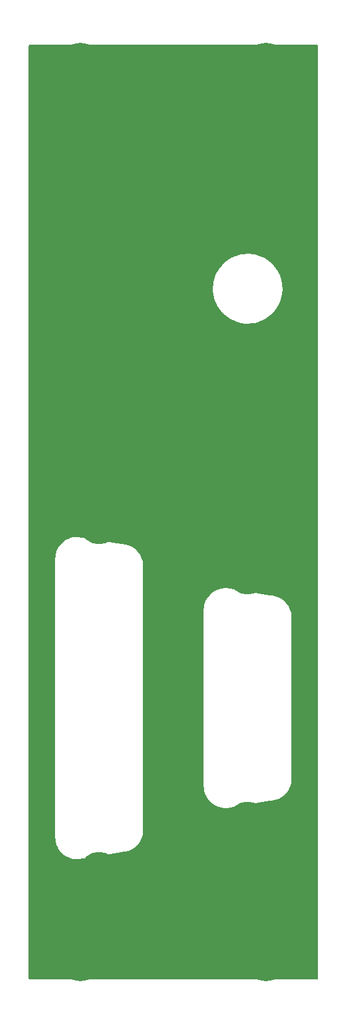
<source format=gbl>
G04 #@! TF.GenerationSoftware,KiCad,Pcbnew,(6.0.9-0)*
G04 #@! TF.CreationDate,2023-02-07T08:35:15+01:00*
G04 #@! TF.ProjectId,fp_da20_controls,66705f64-6132-4305-9f63-6f6e74726f6c,A*
G04 #@! TF.SameCoordinates,Original*
G04 #@! TF.FileFunction,Copper,L2,Bot*
G04 #@! TF.FilePolarity,Positive*
%FSLAX46Y46*%
G04 Gerber Fmt 4.6, Leading zero omitted, Abs format (unit mm)*
G04 Created by KiCad (PCBNEW (6.0.9-0)) date 2023-02-07 08:35:15*
%MOMM*%
%LPD*%
G01*
G04 APERTURE LIST*
G04 #@! TA.AperFunction,ComponentPad*
%ADD10C,5.600000*%
G04 #@! TD*
G04 #@! TA.AperFunction,ComponentPad*
%ADD11C,5.000000*%
G04 #@! TD*
G04 APERTURE END LIST*
D10*
X88900000Y-40350000D03*
X63500000Y-40350000D03*
D11*
X66040000Y-150500000D03*
X66040000Y-103500000D03*
D10*
X88900000Y-162850000D03*
D11*
X86360000Y-143600000D03*
X86360000Y-110400000D03*
D10*
X63500000Y-162850000D03*
G04 #@! TA.AperFunction,Conductor*
G36*
X95953621Y-37853502D02*
G01*
X96000114Y-37907158D01*
X96011500Y-37959500D01*
X96011500Y-165240500D01*
X95991498Y-165308621D01*
X95937842Y-165355114D01*
X95885500Y-165366500D01*
X56514500Y-165366500D01*
X56446379Y-165346498D01*
X56399886Y-165292842D01*
X56388500Y-165240500D01*
X56388500Y-145993724D01*
X60026309Y-145993724D01*
X60027472Y-146002625D01*
X60027452Y-146004296D01*
X60027788Y-146007970D01*
X60043874Y-146314905D01*
X60093204Y-146626361D01*
X60174820Y-146930954D01*
X60287826Y-147225347D01*
X60289324Y-147228287D01*
X60396723Y-147439068D01*
X60430987Y-147506315D01*
X60602732Y-147770779D01*
X60801180Y-148015842D01*
X61024158Y-148238820D01*
X61269221Y-148437268D01*
X61533686Y-148609013D01*
X61814653Y-148752174D01*
X62109046Y-148865180D01*
X62413639Y-148946796D01*
X62579060Y-148972996D01*
X62721847Y-148995612D01*
X62721855Y-148995613D01*
X62725095Y-148996126D01*
X62966656Y-149008785D01*
X62971770Y-149009053D01*
X62971696Y-149010457D01*
X62975614Y-149009974D01*
X62975652Y-149009257D01*
X62977486Y-149009353D01*
X62979713Y-149009470D01*
X62979714Y-149009470D01*
X62995892Y-149010318D01*
X63006394Y-149010868D01*
X63020689Y-149012439D01*
X63027448Y-149013576D01*
X63033832Y-149013654D01*
X63035135Y-149013670D01*
X63035139Y-149013670D01*
X63040000Y-149013729D01*
X63067926Y-149009730D01*
X63074526Y-149008785D01*
X63080095Y-149008142D01*
X63084522Y-149008094D01*
X63089319Y-149007295D01*
X63089325Y-149007294D01*
X63114722Y-149003061D01*
X63117464Y-149002635D01*
X63184187Y-148993080D01*
X63188625Y-148991062D01*
X63193759Y-148989888D01*
X65539631Y-148598909D01*
X69058254Y-148012472D01*
X69072357Y-148010933D01*
X69354905Y-147996126D01*
X69358145Y-147995613D01*
X69358153Y-147995612D01*
X69500940Y-147972996D01*
X69666361Y-147946796D01*
X69970954Y-147865180D01*
X70265347Y-147752174D01*
X70319287Y-147724690D01*
X70543376Y-147610511D01*
X70543383Y-147610507D01*
X70546315Y-147609013D01*
X70810779Y-147437268D01*
X71055842Y-147238820D01*
X71278820Y-147015842D01*
X71477268Y-146770779D01*
X71649013Y-146506315D01*
X71792174Y-146225347D01*
X71905180Y-145930954D01*
X71986796Y-145626361D01*
X72036126Y-145314905D01*
X72050868Y-145033606D01*
X72052439Y-145019311D01*
X72053576Y-145012552D01*
X72053729Y-145000000D01*
X72049773Y-144972376D01*
X72048500Y-144954514D01*
X72048500Y-138993724D01*
X80346309Y-138993724D01*
X80347472Y-139002625D01*
X80347452Y-139004296D01*
X80347788Y-139007970D01*
X80363874Y-139314905D01*
X80413204Y-139626361D01*
X80494820Y-139930954D01*
X80607826Y-140225347D01*
X80609324Y-140228287D01*
X80716723Y-140439068D01*
X80750987Y-140506315D01*
X80922732Y-140770779D01*
X81121180Y-141015842D01*
X81344158Y-141238820D01*
X81589221Y-141437268D01*
X81853686Y-141609013D01*
X82134653Y-141752174D01*
X82429046Y-141865180D01*
X82733639Y-141946796D01*
X82899060Y-141972996D01*
X83041847Y-141995612D01*
X83041855Y-141995613D01*
X83045095Y-141996126D01*
X83286656Y-142008785D01*
X83291770Y-142009053D01*
X83291696Y-142010457D01*
X83295614Y-142009974D01*
X83295652Y-142009257D01*
X83297486Y-142009353D01*
X83299713Y-142009470D01*
X83299714Y-142009470D01*
X83315892Y-142010318D01*
X83326394Y-142010868D01*
X83340689Y-142012439D01*
X83347448Y-142013576D01*
X83353832Y-142013654D01*
X83355135Y-142013670D01*
X83355139Y-142013670D01*
X83360000Y-142013729D01*
X83387926Y-142009730D01*
X83394526Y-142008785D01*
X83400095Y-142008142D01*
X83404522Y-142008094D01*
X83409319Y-142007295D01*
X83409325Y-142007294D01*
X83434722Y-142003061D01*
X83437464Y-142002635D01*
X83504187Y-141993080D01*
X83508625Y-141991062D01*
X83513759Y-141989888D01*
X85859631Y-141598909D01*
X89378254Y-141012472D01*
X89392357Y-141010933D01*
X89674905Y-140996126D01*
X89678145Y-140995613D01*
X89678153Y-140995612D01*
X89820940Y-140972996D01*
X89986361Y-140946796D01*
X90290954Y-140865180D01*
X90585347Y-140752174D01*
X90639287Y-140724690D01*
X90863376Y-140610511D01*
X90863383Y-140610507D01*
X90866315Y-140609013D01*
X91130779Y-140437268D01*
X91375842Y-140238820D01*
X91598820Y-140015842D01*
X91797268Y-139770779D01*
X91969013Y-139506315D01*
X92112174Y-139225347D01*
X92225180Y-138930954D01*
X92306796Y-138626361D01*
X92356126Y-138314905D01*
X92370868Y-138033606D01*
X92372439Y-138019311D01*
X92373576Y-138012552D01*
X92373729Y-138000000D01*
X92369773Y-137972376D01*
X92368500Y-137954514D01*
X92368500Y-116053250D01*
X92370246Y-116032345D01*
X92372770Y-116017344D01*
X92372770Y-116017341D01*
X92373576Y-116012552D01*
X92373729Y-116000000D01*
X92372798Y-115993497D01*
X92371697Y-115982225D01*
X92356126Y-115685095D01*
X92306796Y-115373639D01*
X92225180Y-115069046D01*
X92199686Y-115002630D01*
X92113358Y-114777738D01*
X92112174Y-114774653D01*
X91969013Y-114493686D01*
X91797268Y-114229221D01*
X91598820Y-113984158D01*
X91375842Y-113761180D01*
X91130779Y-113562732D01*
X90866315Y-113390987D01*
X90863383Y-113389493D01*
X90863376Y-113389489D01*
X90588287Y-113249324D01*
X90585347Y-113247826D01*
X90290954Y-113134820D01*
X89986361Y-113053204D01*
X89811686Y-113025538D01*
X89678153Y-113004388D01*
X89678145Y-113004387D01*
X89674905Y-113003874D01*
X89514934Y-112995491D01*
X89393606Y-112989132D01*
X89379311Y-112987561D01*
X89372552Y-112986424D01*
X89371826Y-112986415D01*
X89370760Y-112986279D01*
X83470336Y-112002875D01*
X83470146Y-112002843D01*
X83377347Y-111987230D01*
X83377338Y-111987229D01*
X83372552Y-111986424D01*
X83366276Y-111986348D01*
X83364859Y-111986330D01*
X83364856Y-111986330D01*
X83360000Y-111986271D01*
X83355191Y-111986960D01*
X83355187Y-111986960D01*
X83354127Y-111987112D01*
X83353497Y-111987202D01*
X83342233Y-111988302D01*
X83312216Y-111989875D01*
X83309625Y-111989913D01*
X83308176Y-111990087D01*
X83307487Y-111990123D01*
X83298837Y-111989925D01*
X83298823Y-111989925D01*
X83298829Y-111989648D01*
X83295727Y-111989128D01*
X83295811Y-111990735D01*
X83045095Y-112003874D01*
X83041855Y-112004387D01*
X83041847Y-112004388D01*
X82899060Y-112027004D01*
X82733639Y-112053204D01*
X82429046Y-112134820D01*
X82134653Y-112247826D01*
X81853686Y-112390987D01*
X81589221Y-112562732D01*
X81344158Y-112761180D01*
X81121180Y-112984158D01*
X80922732Y-113229221D01*
X80750987Y-113493686D01*
X80607826Y-113774653D01*
X80494820Y-114069046D01*
X80413204Y-114373639D01*
X80363874Y-114685095D01*
X80363702Y-114688385D01*
X80348743Y-114973827D01*
X80347704Y-114983841D01*
X80347692Y-114984846D01*
X80346309Y-114993724D01*
X80348771Y-115012552D01*
X80350436Y-115025283D01*
X80351500Y-115041621D01*
X80351500Y-138950633D01*
X80350000Y-138970018D01*
X80346309Y-138993724D01*
X72048500Y-138993724D01*
X72048500Y-109053250D01*
X72050246Y-109032345D01*
X72052770Y-109017344D01*
X72052770Y-109017341D01*
X72053576Y-109012552D01*
X72053729Y-109000000D01*
X72052798Y-108993497D01*
X72051697Y-108982225D01*
X72036126Y-108685095D01*
X71986796Y-108373639D01*
X71905180Y-108069046D01*
X71879686Y-108002630D01*
X71793358Y-107777738D01*
X71792174Y-107774653D01*
X71649013Y-107493686D01*
X71477268Y-107229221D01*
X71278820Y-106984158D01*
X71055842Y-106761180D01*
X70810779Y-106562732D01*
X70546315Y-106390987D01*
X70543383Y-106389493D01*
X70543376Y-106389489D01*
X70268287Y-106249324D01*
X70265347Y-106247826D01*
X69970954Y-106134820D01*
X69666361Y-106053204D01*
X69491686Y-106025538D01*
X69358153Y-106004388D01*
X69358145Y-106004387D01*
X69354905Y-106003874D01*
X69194934Y-105995491D01*
X69073606Y-105989132D01*
X69059311Y-105987561D01*
X69052552Y-105986424D01*
X69051826Y-105986415D01*
X69050760Y-105986279D01*
X63150336Y-105002875D01*
X63150146Y-105002843D01*
X63057347Y-104987230D01*
X63057338Y-104987229D01*
X63052552Y-104986424D01*
X63046276Y-104986348D01*
X63044859Y-104986330D01*
X63044856Y-104986330D01*
X63040000Y-104986271D01*
X63035191Y-104986960D01*
X63035187Y-104986960D01*
X63034127Y-104987112D01*
X63033497Y-104987202D01*
X63022233Y-104988302D01*
X62992216Y-104989875D01*
X62989625Y-104989913D01*
X62988176Y-104990087D01*
X62987487Y-104990123D01*
X62978837Y-104989925D01*
X62978823Y-104989925D01*
X62978829Y-104989648D01*
X62975727Y-104989128D01*
X62975811Y-104990735D01*
X62725095Y-105003874D01*
X62721855Y-105004387D01*
X62721847Y-105004388D01*
X62579060Y-105027004D01*
X62413639Y-105053204D01*
X62109046Y-105134820D01*
X61814653Y-105247826D01*
X61533686Y-105390987D01*
X61269221Y-105562732D01*
X61024158Y-105761180D01*
X60801180Y-105984158D01*
X60602732Y-106229221D01*
X60430987Y-106493686D01*
X60287826Y-106774653D01*
X60174820Y-107069046D01*
X60093204Y-107373639D01*
X60043874Y-107685095D01*
X60043702Y-107688385D01*
X60028743Y-107973827D01*
X60027704Y-107983841D01*
X60027692Y-107984846D01*
X60026309Y-107993724D01*
X60028771Y-108012552D01*
X60030436Y-108025283D01*
X60031500Y-108041621D01*
X60031500Y-145950633D01*
X60030000Y-145970018D01*
X60026309Y-145993724D01*
X56388500Y-145993724D01*
X56388500Y-70995311D01*
X81598336Y-70995311D01*
X81600382Y-71106940D01*
X81606103Y-71419090D01*
X81651511Y-71840500D01*
X81734200Y-72256205D01*
X81853515Y-72662915D01*
X82008513Y-73057407D01*
X82009768Y-73059918D01*
X82177328Y-73395259D01*
X82197964Y-73436559D01*
X82420370Y-73797370D01*
X82673970Y-74136981D01*
X82675831Y-74139059D01*
X82675832Y-74139060D01*
X82922777Y-74414768D01*
X82956755Y-74452704D01*
X82958792Y-74454607D01*
X82958799Y-74454614D01*
X83152823Y-74635860D01*
X83266487Y-74742039D01*
X83600712Y-75002695D01*
X83956786Y-75232609D01*
X83959265Y-75233913D01*
X83959268Y-75233915D01*
X84329387Y-75428644D01*
X84329393Y-75428647D01*
X84331887Y-75429959D01*
X84334485Y-75431043D01*
X84334489Y-75431045D01*
X84720463Y-75592106D01*
X84720468Y-75592108D01*
X84723047Y-75593184D01*
X84725713Y-75594027D01*
X84725718Y-75594029D01*
X84945871Y-75663654D01*
X85127168Y-75720991D01*
X85541051Y-75812367D01*
X85543825Y-75812725D01*
X85543826Y-75812725D01*
X85958647Y-75866233D01*
X85958657Y-75866234D01*
X85961418Y-75866590D01*
X85964205Y-75866700D01*
X85964211Y-75866700D01*
X86210786Y-75876388D01*
X86384940Y-75883231D01*
X86387731Y-75883092D01*
X86387737Y-75883092D01*
X86805462Y-75862296D01*
X86805471Y-75862295D01*
X86808266Y-75862156D01*
X86811043Y-75861768D01*
X86811045Y-75861768D01*
X86884570Y-75851500D01*
X87228042Y-75803534D01*
X87230752Y-75802906D01*
X87230762Y-75802904D01*
X87638218Y-75708460D01*
X87640945Y-75707828D01*
X87852549Y-75638461D01*
X88041052Y-75576667D01*
X88041058Y-75576665D01*
X88043705Y-75575797D01*
X88433135Y-75408485D01*
X88806149Y-75207217D01*
X89159795Y-74973587D01*
X89491273Y-74709445D01*
X89797958Y-74416883D01*
X90077421Y-74098216D01*
X90081742Y-74092302D01*
X90325792Y-73758238D01*
X90325795Y-73758233D01*
X90327450Y-73755968D01*
X90328894Y-73753570D01*
X90328901Y-73753559D01*
X90544615Y-73395259D01*
X90544620Y-73395250D01*
X90546066Y-73392848D01*
X90731537Y-73011733D01*
X90882395Y-72615639D01*
X90891905Y-72581921D01*
X90996679Y-72210415D01*
X90997444Y-72207703D01*
X91062917Y-71859535D01*
X91075260Y-71793900D01*
X91075261Y-71793892D01*
X91075776Y-71791154D01*
X91083907Y-71707480D01*
X91116553Y-71371509D01*
X91116554Y-71371497D01*
X91116768Y-71369292D01*
X91123296Y-71120000D01*
X91104438Y-70696570D01*
X91048015Y-70276493D01*
X91019697Y-70151343D01*
X90955089Y-69865823D01*
X90954472Y-69863095D01*
X90824552Y-69459648D01*
X90774228Y-69340803D01*
X90660375Y-69071930D01*
X90660369Y-69071918D01*
X90659281Y-69069348D01*
X90459969Y-68695285D01*
X90228194Y-68340420D01*
X90150941Y-68242424D01*
X89967521Y-68009757D01*
X89967519Y-68009755D01*
X89965792Y-68007564D01*
X89674839Y-67699352D01*
X89672748Y-67697499D01*
X89672740Y-67697491D01*
X89359739Y-67420085D01*
X89359737Y-67420083D01*
X89357639Y-67418224D01*
X89016705Y-67166406D01*
X88825795Y-67050102D01*
X88657124Y-66947347D01*
X88657117Y-66947343D01*
X88654735Y-66945892D01*
X88533451Y-66886081D01*
X88277110Y-66759668D01*
X88274596Y-66758428D01*
X88272000Y-66757424D01*
X88271987Y-66757418D01*
X87974196Y-66642212D01*
X87879298Y-66605499D01*
X87635305Y-66535304D01*
X87474650Y-66489085D01*
X87474644Y-66489083D01*
X87471969Y-66488314D01*
X87469232Y-66487785D01*
X87469226Y-66487783D01*
X87325914Y-66460056D01*
X87055837Y-66407803D01*
X86634194Y-66364602D01*
X86631404Y-66364565D01*
X86631396Y-66364565D01*
X86366380Y-66361096D01*
X86210381Y-66359054D01*
X85787753Y-66391203D01*
X85784990Y-66391663D01*
X85784989Y-66391663D01*
X85372430Y-66460331D01*
X85372427Y-66460332D01*
X85369655Y-66460793D01*
X85366944Y-66461497D01*
X85366933Y-66461499D01*
X84962117Y-66566569D01*
X84962106Y-66566572D01*
X84959399Y-66567275D01*
X84704428Y-66658317D01*
X84562875Y-66708860D01*
X84562870Y-66708862D01*
X84560232Y-66709804D01*
X84557692Y-66710975D01*
X84557687Y-66710977D01*
X84452069Y-66759668D01*
X84175316Y-66887253D01*
X83807698Y-67098216D01*
X83805406Y-67099818D01*
X83805398Y-67099823D01*
X83462584Y-67339419D01*
X83460289Y-67341023D01*
X83135839Y-67613752D01*
X82836918Y-67914242D01*
X82565892Y-68240115D01*
X82324908Y-68588791D01*
X82115872Y-68957509D01*
X82114713Y-68960058D01*
X82114711Y-68960062D01*
X81941598Y-69340803D01*
X81941593Y-69340814D01*
X81940441Y-69343349D01*
X81939519Y-69345975D01*
X81939514Y-69345987D01*
X81859574Y-69573626D01*
X81800004Y-69743256D01*
X81695672Y-70154064D01*
X81628271Y-70572520D01*
X81598336Y-70995311D01*
X56388500Y-70995311D01*
X56388500Y-37959500D01*
X56408502Y-37891379D01*
X56462158Y-37844886D01*
X56514500Y-37833500D01*
X95885500Y-37833500D01*
X95953621Y-37853502D01*
G37*
G04 #@! TD.AperFunction*
M02*

</source>
